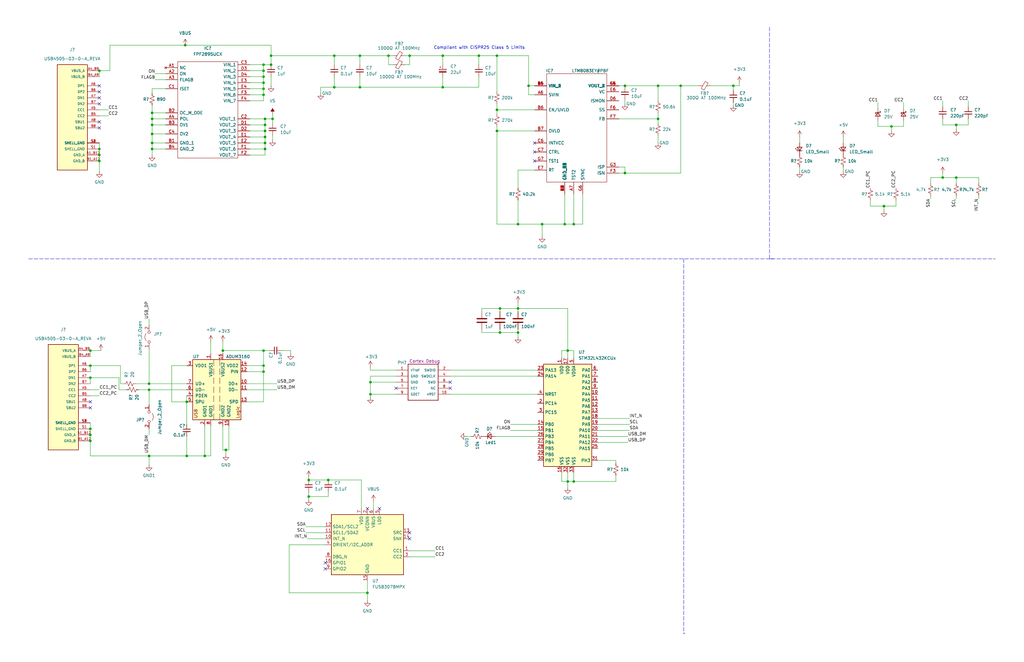
<source format=kicad_sch>
(kicad_sch (version 20211123) (generator eeschema)
  (paper "B")
  (junction (at 111.76 55.245))
  (junction (at 62.865 161.925))
  (junction (at 41.91 29.845))
  (junction (at 111.125 27.305))
  (junction (at 64.135 52.705))
  (junction (at 78.105 19.05))
  (junction (at 156.21 166.37))
  (junction (at 64.135 50.165))
  (junction (at 403.225 52.705))
  (junction (at 228.6 94.615))
  (junction (at 64.135 62.865))
  (junction (at 186.69 36.83))
  (junction (at 38.1 154.305))
  (junction (at 309.245 36.195))
  (junction (at 78.74 169.545))
  (junction (at 111.76 52.705))
  (junction (at 41.91 65.405))
  (junction (at 287.02 36.195))
  (junction (at 375.92 53.34))
  (junction (at 238.125 94.615))
  (junction (at 111.125 32.385))
  (junction (at 263.525 73.025))
  (junction (at 111.76 62.865))
  (junction (at 38.1 159.385))
  (junction (at 277.495 36.195))
  (junction (at 64.135 47.625))
  (junction (at 201.93 23.495))
  (junction (at 138.43 202.565))
  (junction (at 210.82 130.175))
  (junction (at 111.125 29.845))
  (junction (at 111.76 57.785))
  (junction (at 263.525 36.195))
  (junction (at 111.125 154.305))
  (junction (at 210.82 140.335))
  (junction (at 86.36 192.405))
  (junction (at 241.935 203.2))
  (junction (at 222.885 36.195))
  (junction (at 114.3 23.495))
  (junction (at 403.225 74.93))
  (junction (at 397.51 74.93))
  (junction (at 111.125 37.465))
  (junction (at 241.935 94.615))
  (junction (at 38.1 147.955))
  (junction (at 93.98 147.955))
  (junction (at 156.21 161.29))
  (junction (at 78.74 192.405))
  (junction (at 209.55 46.355))
  (junction (at 111.125 156.845))
  (junction (at 277.495 50.165))
  (junction (at 218.44 130.175))
  (junction (at 114.935 50.165))
  (junction (at 163.83 23.495))
  (junction (at 111.125 34.925))
  (junction (at 172.72 23.495))
  (junction (at 95.25 189.865))
  (junction (at 41.91 62.865))
  (junction (at 209.55 23.495))
  (junction (at 209.55 55.245))
  (junction (at 38.1 180.975))
  (junction (at 140.97 23.495))
  (junction (at 62.865 192.405))
  (junction (at 151.765 36.83))
  (junction (at 41.91 67.945))
  (junction (at 218.44 140.335))
  (junction (at 154.94 250.19))
  (junction (at 151.765 23.495))
  (junction (at 111.76 60.325))
  (junction (at 186.69 23.495))
  (junction (at 140.97 36.83))
  (junction (at 62.865 164.465))
  (junction (at 218.44 94.615))
  (junction (at 64.135 56.515))
  (junction (at 64.135 60.325))
  (junction (at 130.175 202.565))
  (junction (at 111.125 147.955))
  (junction (at 239.395 203.2))
  (junction (at 111.76 50.165))
  (junction (at 114.3 27.305))
  (junction (at 130.175 209.55))
  (junction (at 239.395 147.955))
  (junction (at 38.1 186.055))
  (junction (at 38.1 183.515))
  (junction (at 111.125 40.005))
  (junction (at 372.745 86.995))
  (no_connect (at 225.425 60.325))
  (no_connect (at 225.425 67.945))
  (no_connect (at 154.94 214.63))
  (no_connect (at 167.005 163.83))
  (no_connect (at 38.1 169.545))
  (no_connect (at 41.91 36.195))
  (no_connect (at 160.02 214.63))
  (no_connect (at 189.865 161.29))
  (no_connect (at 41.91 53.975))
  (no_connect (at 189.865 163.83))
  (no_connect (at 38.1 172.085))
  (no_connect (at 41.91 38.735))
  (no_connect (at 41.91 51.435))
  (no_connect (at 137.16 240.03))
  (no_connect (at 137.16 237.49))
  (no_connect (at 172.72 224.79))
  (no_connect (at 172.72 227.33))
  (no_connect (at 225.425 64.135))
  (no_connect (at 41.91 41.275))
  (no_connect (at 41.91 43.815))
  (wire (pts (xy 337.185 57.785) (xy 337.185 60.325)))
  (wire (pts (xy 105.41 55.245) (xy 111.76 55.245)))
  (wire (pts (xy 65.405 33.655) (xy 69.85 33.655)))
  (wire (pts (xy 228.6 94.615) (xy 238.125 94.615)))
  (wire (pts (xy 201.93 23.495) (xy 186.69 23.495)))
  (wire (pts (xy 265.43 176.53) (xy 252.095 176.53)))
  (wire (pts (xy 260.985 50.165) (xy 277.495 50.165)))
  (wire (pts (xy 167.005 166.37) (xy 156.21 166.37)))
  (wire (pts (xy 241.935 203.2) (xy 241.935 199.39)))
  (wire (pts (xy 263.525 73.025) (xy 260.985 73.025)))
  (wire (pts (xy 222.885 40.005) (xy 222.885 36.195)))
  (wire (pts (xy 41.91 29.845) (xy 41.91 32.385)))
  (wire (pts (xy 277.495 50.165) (xy 277.495 52.07)))
  (wire (pts (xy 403.225 52.705) (xy 397.51 52.705)))
  (wire (pts (xy 138.43 207.645) (xy 138.43 209.55)))
  (wire (pts (xy 111.125 37.465) (xy 111.125 40.005)))
  (wire (pts (xy 412.75 74.93) (xy 412.75 77.47)))
  (wire (pts (xy 154.94 245.11) (xy 154.94 250.19)))
  (wire (pts (xy 64.135 50.165) (xy 64.135 52.705)))
  (wire (pts (xy 129.54 227.33) (xy 137.16 227.33)))
  (wire (pts (xy 375.92 53.34) (xy 370.205 53.34)))
  (wire (pts (xy 189.865 158.75) (xy 226.695 158.75)))
  (wire (pts (xy 140.97 23.495) (xy 140.97 27.305)))
  (wire (pts (xy 64.135 62.865) (xy 64.135 65.405)))
  (wire (pts (xy 105.41 52.705) (xy 111.76 52.705)))
  (wire (pts (xy 156.21 158.75) (xy 167.005 158.75)))
  (wire (pts (xy 88.9 149.225) (xy 88.9 144.145)))
  (wire (pts (xy 189.865 156.21) (xy 226.695 156.21)))
  (wire (pts (xy 370.205 43.18) (xy 370.205 45.72)))
  (wire (pts (xy 130.175 207.645) (xy 130.175 209.55)))
  (wire (pts (xy 215.265 179.07) (xy 226.695 179.07)))
  (wire (pts (xy 114.3 23.495) (xy 114.3 27.305)))
  (wire (pts (xy 215.265 181.61) (xy 226.695 181.61)))
  (wire (pts (xy 151.765 36.83) (xy 186.69 36.83)))
  (wire (pts (xy 140.97 32.385) (xy 140.97 36.83)))
  (wire (pts (xy 154.94 250.19) (xy 154.94 253.365)))
  (wire (pts (xy 62.865 192.405) (xy 62.865 196.215)))
  (wire (pts (xy 260.985 36.195) (xy 263.525 36.195)))
  (wire (pts (xy 209.55 53.34) (xy 209.55 55.245)))
  (wire (pts (xy 218.44 140.335) (xy 218.44 142.24)))
  (wire (pts (xy 225.425 71.755) (xy 218.44 71.755)))
  (wire (pts (xy 41.91 67.945) (xy 41.91 72.39)))
  (wire (pts (xy 105.41 42.545) (xy 111.125 42.545)))
  (wire (pts (xy 209.55 23.495) (xy 209.55 38.735)))
  (wire (pts (xy 186.69 32.385) (xy 186.69 36.83)))
  (wire (pts (xy 163.83 27.305) (xy 163.83 23.495)))
  (wire (pts (xy 222.885 36.195) (xy 222.885 23.495)))
  (wire (pts (xy 116.84 161.925) (xy 104.14 161.925)))
  (wire (pts (xy 135.255 39.37) (xy 135.255 36.83)))
  (wire (pts (xy 403.225 74.93) (xy 412.75 74.93)))
  (wire (pts (xy 52.07 161.925) (xy 50.8 161.925)))
  (wire (pts (xy 156.21 156.21) (xy 167.005 156.21)))
  (wire (pts (xy 355.6 57.785) (xy 355.6 60.325)))
  (wire (pts (xy 105.41 50.165) (xy 111.76 50.165)))
  (wire (pts (xy 64.135 60.325) (xy 69.85 60.325)))
  (wire (pts (xy 88.9 192.405) (xy 88.9 179.705)))
  (wire (pts (xy 62.865 147.32) (xy 62.865 161.925)))
  (wire (pts (xy 277.495 36.195) (xy 287.02 36.195)))
  (wire (pts (xy 64.135 52.705) (xy 64.135 56.515)))
  (wire (pts (xy 78.74 167.005) (xy 78.74 169.545)))
  (wire (pts (xy 78.74 154.305) (xy 72.39 154.305)))
  (wire (pts (xy 38.1 147.955) (xy 38.1 150.495)))
  (wire (pts (xy 69.85 37.465) (xy 64.135 37.465)))
  (wire (pts (xy 210.82 131.445) (xy 210.82 130.175)))
  (wire (pts (xy 239.395 203.2) (xy 241.935 203.2)))
  (wire (pts (xy 311.785 36.195) (xy 311.785 34.925)))
  (wire (pts (xy 241.935 147.955) (xy 241.935 151.13)))
  (wire (pts (xy 41.91 60.325) (xy 41.91 62.865)))
  (wire (pts (xy 38.1 178.435) (xy 38.1 180.975)))
  (wire (pts (xy 135.255 36.83) (xy 140.97 36.83)))
  (wire (pts (xy 203.2 139.065) (xy 203.2 140.335)))
  (wire (pts (xy 86.36 192.405) (xy 88.9 192.405)))
  (wire (pts (xy 218.44 94.615) (xy 218.44 84.455)))
  (wire (pts (xy 93.98 147.955) (xy 93.98 149.225)))
  (wire (pts (xy 93.98 144.145) (xy 93.98 147.955)))
  (wire (pts (xy 337.185 70.485) (xy 337.185 72.39)))
  (wire (pts (xy 218.44 71.755) (xy 218.44 79.375)))
  (wire (pts (xy 105.41 32.385) (xy 111.125 32.385)))
  (wire (pts (xy 105.41 40.005) (xy 111.125 40.005)))
  (wire (pts (xy 64.135 44.45) (xy 64.135 47.625)))
  (wire (pts (xy 172.72 23.495) (xy 170.815 23.495)))
  (wire (pts (xy 381 43.18) (xy 381 45.72)))
  (wire (pts (xy 287.02 36.195) (xy 287.02 73.025)))
  (wire (pts (xy 408.305 42.545) (xy 408.305 45.085)))
  (wire (pts (xy 263.525 70.485) (xy 263.525 73.025)))
  (wire (pts (xy 238.125 81.915) (xy 238.125 94.615)))
  (wire (pts (xy 114.935 57.15) (xy 114.935 59.055)))
  (wire (pts (xy 72.39 169.545) (xy 78.74 169.545)))
  (wire (pts (xy 377.825 86.995) (xy 372.745 86.995)))
  (wire (pts (xy 64.135 62.865) (xy 69.85 62.865)))
  (wire (pts (xy 111.76 50.165) (xy 111.76 52.705)))
  (wire (pts (xy 309.245 36.195) (xy 311.785 36.195)))
  (wire (pts (xy 114.935 50.165) (xy 111.76 50.165)))
  (wire (pts (xy 186.69 23.495) (xy 186.69 27.305)))
  (wire (pts (xy 95.25 189.865) (xy 96.52 189.865)))
  (wire (pts (xy 203.2 140.335) (xy 210.82 140.335)))
  (wire (pts (xy 403.225 83.82) (xy 403.225 82.55)))
  (wire (pts (xy 41.91 62.865) (xy 41.91 65.405)))
  (wire (pts (xy 64.135 47.625) (xy 69.85 47.625)))
  (wire (pts (xy 111.125 34.925) (xy 111.125 37.465)))
  (wire (pts (xy 218.44 130.175) (xy 218.44 131.445)))
  (wire (pts (xy 397.51 42.545) (xy 397.51 45.085)))
  (wire (pts (xy 105.41 37.465) (xy 111.125 37.465)))
  (wire (pts (xy 111.76 57.785) (xy 111.76 60.325)))
  (wire (pts (xy 392.43 83.82) (xy 392.43 82.55)))
  (wire (pts (xy 222.885 23.495) (xy 209.55 23.495)))
  (wire (pts (xy 186.69 36.83) (xy 201.93 36.83)))
  (wire (pts (xy 104.14 156.845) (xy 111.125 156.845)))
  (wire (pts (xy 375.92 53.34) (xy 375.92 55.245)))
  (wire (pts (xy 264.795 184.15) (xy 252.095 184.15)))
  (wire (pts (xy 121.92 250.19) (xy 121.92 229.87)))
  (wire (pts (xy 72.39 154.305) (xy 72.39 169.545)))
  (wire (pts (xy 95.25 191.77) (xy 95.25 189.865)))
  (wire (pts (xy 210.82 130.175) (xy 218.44 130.175)))
  (wire (pts (xy 50.165 164.465) (xy 53.34 164.465)))
  (wire (pts (xy 198.755 184.15) (xy 196.85 184.15)))
  (wire (pts (xy 38.1 186.055) (xy 38.1 192.405)))
  (wire (pts (xy 138.43 202.565) (xy 130.175 202.565)))
  (wire (pts (xy 259.715 194.31) (xy 259.715 195.58)))
  (wire (pts (xy 64.135 56.515) (xy 64.135 60.325)))
  (polyline (pts (xy 324.485 109.22) (xy 326.39 109.22)))
  (wire (pts (xy 111.76 65.405) (xy 105.41 65.405)))
  (wire (pts (xy 412.75 83.82) (xy 412.75 82.55)))
  (wire (pts (xy 138.43 202.565) (xy 152.4 202.565)))
  (wire (pts (xy 114.3 19.05) (xy 114.3 23.495)))
  (wire (pts (xy 62.865 180.975) (xy 62.865 183.515)))
  (wire (pts (xy 287.02 36.195) (xy 294.64 36.195)))
  (wire (pts (xy 65.405 31.115) (xy 69.85 31.115)))
  (wire (pts (xy 403.225 52.705) (xy 403.225 54.61)))
  (wire (pts (xy 154.94 250.19) (xy 121.92 250.19)))
  (wire (pts (xy 152.4 202.565) (xy 152.4 214.63)))
  (wire (pts (xy 38.1 154.305) (xy 38.1 156.845)))
  (wire (pts (xy 210.82 139.065) (xy 210.82 140.335)))
  (wire (pts (xy 156.21 154.94) (xy 156.21 156.21)))
  (wire (pts (xy 78.105 19.05) (xy 114.3 19.05)))
  (wire (pts (xy 370.205 53.34) (xy 370.205 50.8)))
  (wire (pts (xy 50.8 154.305) (xy 38.1 154.305)))
  (wire (pts (xy 111.76 62.865) (xy 111.76 65.405)))
  (wire (pts (xy 128.905 222.25) (xy 137.16 222.25)))
  (wire (pts (xy 265.43 179.07) (xy 252.095 179.07)))
  (wire (pts (xy 151.765 23.495) (xy 163.83 23.495)))
  (wire (pts (xy 397.51 74.93) (xy 403.225 74.93)))
  (polyline (pts (xy 324.485 11.43) (xy 324.485 109.22)))
  (wire (pts (xy 41.91 48.895) (xy 45.72 48.895)))
  (wire (pts (xy 130.175 201.295) (xy 130.175 202.565)))
  (wire (pts (xy 38.1 159.385) (xy 50.165 159.385)))
  (wire (pts (xy 111.125 32.385) (xy 111.125 29.845)))
  (wire (pts (xy 239.395 203.2) (xy 239.395 205.74)))
  (wire (pts (xy 241.935 81.915) (xy 241.935 94.615)))
  (wire (pts (xy 121.92 229.87) (xy 137.16 229.87)))
  (wire (pts (xy 111.125 156.845) (xy 111.125 154.305)))
  (wire (pts (xy 111.125 27.305) (xy 114.3 27.305)))
  (wire (pts (xy 222.885 36.195) (xy 225.425 36.195)))
  (wire (pts (xy 392.43 74.93) (xy 397.51 74.93)))
  (wire (pts (xy 78.74 169.545) (xy 78.74 179.07)))
  (wire (pts (xy 165.735 27.305) (xy 163.83 27.305)))
  (wire (pts (xy 138.43 209.55) (xy 130.175 209.55)))
  (wire (pts (xy 105.41 57.785) (xy 111.76 57.785)))
  (wire (pts (xy 140.97 36.83) (xy 151.765 36.83)))
  (wire (pts (xy 111.125 29.845) (xy 111.125 27.305)))
  (wire (pts (xy 38.1 192.405) (xy 62.865 192.405)))
  (wire (pts (xy 236.855 151.13) (xy 236.855 147.955)))
  (wire (pts (xy 140.97 23.495) (xy 151.765 23.495)))
  (wire (pts (xy 46.355 19.05) (xy 78.105 19.05)))
  (wire (pts (xy 62.865 164.465) (xy 78.74 164.465)))
  (wire (pts (xy 183.515 232.41) (xy 172.72 232.41)))
  (wire (pts (xy 38.1 180.975) (xy 38.1 183.515)))
  (wire (pts (xy 309.245 36.195) (xy 309.245 38.1)))
  (wire (pts (xy 46.355 29.845) (xy 41.91 29.845)))
  (wire (pts (xy 86.36 179.705) (xy 86.36 192.405)))
  (wire (pts (xy 252.095 194.31) (xy 259.715 194.31)))
  (wire (pts (xy 408.305 52.705) (xy 403.225 52.705)))
  (wire (pts (xy 111.125 32.385) (xy 111.125 34.925)))
  (wire (pts (xy 367.03 86.995) (xy 367.03 84.455)))
  (wire (pts (xy 105.41 62.865) (xy 111.76 62.865)))
  (wire (pts (xy 203.2 131.445) (xy 203.2 130.175)))
  (wire (pts (xy 167.005 161.29) (xy 156.21 161.29)))
  (wire (pts (xy 96.52 189.865) (xy 96.52 179.705)))
  (wire (pts (xy 203.2 130.175) (xy 210.82 130.175)))
  (wire (pts (xy 38.1 164.465) (xy 41.91 164.465)))
  (wire (pts (xy 209.55 94.615) (xy 218.44 94.615)))
  (wire (pts (xy 209.55 46.355) (xy 225.425 46.355)))
  (wire (pts (xy 64.135 56.515) (xy 69.85 56.515)))
  (wire (pts (xy 111.76 55.245) (xy 111.76 57.785)))
  (wire (pts (xy 372.745 86.995) (xy 367.03 86.995)))
  (wire (pts (xy 392.43 77.47) (xy 392.43 74.93)))
  (wire (pts (xy 260.985 70.485) (xy 263.525 70.485)))
  (wire (pts (xy 245.745 81.915) (xy 245.745 94.615)))
  (wire (pts (xy 381 53.34) (xy 375.92 53.34)))
  (wire (pts (xy 209.55 55.245) (xy 209.55 94.615)))
  (polyline (pts (xy 288.29 109.22) (xy 288.29 267.335)))
  (wire (pts (xy 78.74 192.405) (xy 86.36 192.405)))
  (wire (pts (xy 38.1 159.385) (xy 38.1 161.925)))
  (wire (pts (xy 62.865 192.405) (xy 78.74 192.405)))
  (wire (pts (xy 122.555 147.955) (xy 122.555 149.225)))
  (wire (pts (xy 397.51 52.705) (xy 397.51 50.165)))
  (wire (pts (xy 38.1 167.005) (xy 41.91 167.005)))
  (wire (pts (xy 111.125 154.305) (xy 111.125 147.955)))
  (wire (pts (xy 156.21 166.37) (xy 156.21 161.29)))
  (wire (pts (xy 50.8 161.925) (xy 50.8 154.305)))
  (wire (pts (xy 259.715 200.66) (xy 259.715 203.2)))
  (wire (pts (xy 114.3 32.385) (xy 114.3 36.195)))
  (wire (pts (xy 93.98 189.865) (xy 95.25 189.865)))
  (wire (pts (xy 210.82 140.335) (xy 218.44 140.335)))
  (wire (pts (xy 236.855 147.955) (xy 239.395 147.955)))
  (wire (pts (xy 241.935 94.615) (xy 245.745 94.615)))
  (wire (pts (xy 218.44 127.635) (xy 218.44 130.175)))
  (wire (pts (xy 236.855 203.2) (xy 239.395 203.2)))
  (wire (pts (xy 259.715 203.2) (xy 241.935 203.2)))
  (wire (pts (xy 228.6 99.695) (xy 228.6 94.615)))
  (wire (pts (xy 114.935 52.07) (xy 114.935 50.165)))
  (wire (pts (xy 104.14 169.545) (xy 111.125 169.545)))
  (wire (pts (xy 156.21 161.29) (xy 156.21 158.75)))
  (wire (pts (xy 64.135 50.165) (xy 69.85 50.165)))
  (wire (pts (xy 111.76 60.325) (xy 111.76 62.865)))
  (wire (pts (xy 236.855 199.39) (xy 236.855 203.2)))
  (wire (pts (xy 309.245 43.18) (xy 309.245 44.45)))
  (wire (pts (xy 58.42 164.465) (xy 62.865 164.465)))
  (wire (pts (xy 170.815 27.305) (xy 172.72 27.305)))
  (wire (pts (xy 38.1 147.955) (xy 42.545 147.955)))
  (wire (pts (xy 38.1 183.515) (xy 38.1 186.055)))
  (wire (pts (xy 111.125 147.955) (xy 113.665 147.955)))
  (wire (pts (xy 377.825 84.455) (xy 377.825 86.995)))
  (wire (pts (xy 41.91 46.355) (xy 45.72 46.355)))
  (wire (pts (xy 201.93 36.83) (xy 201.93 32.385)))
  (wire (pts (xy 186.69 23.495) (xy 172.72 23.495)))
  (wire (pts (xy 64.135 37.465) (xy 64.135 39.37)))
  (wire (pts (xy 105.41 29.845) (xy 111.125 29.845)))
  (wire (pts (xy 209.55 46.355) (xy 209.55 48.26)))
  (wire (pts (xy 355.6 70.485) (xy 355.6 72.39)))
  (wire (pts (xy 263.525 36.195) (xy 277.495 36.195)))
  (wire (pts (xy 78.74 184.15) (xy 78.74 192.405)))
  (wire (pts (xy 151.765 32.385) (xy 151.765 36.83)))
  (wire (pts (xy 62.865 161.925) (xy 78.74 161.925)))
  (wire (pts (xy 156.21 167.64) (xy 156.21 166.37)))
  (wire (pts (xy 93.98 179.705) (xy 93.98 189.865)))
  (wire (pts (xy 105.41 60.325) (xy 111.76 60.325)))
  (wire (pts (xy 111.125 147.955) (xy 93.98 147.955)))
  (wire (pts (xy 64.135 52.705) (xy 69.85 52.705)))
  (wire (pts (xy 46.355 29.845) (xy 46.355 19.05)))
  (wire (pts (xy 41.91 65.405) (xy 41.91 67.945)))
  (wire (pts (xy 64.135 47.625) (xy 64.135 50.165)))
  (wire (pts (xy 218.44 94.615) (xy 228.6 94.615)))
  (wire (pts (xy 111.125 40.005) (xy 111.125 42.545)))
  (wire (pts (xy 111.125 27.305) (xy 105.41 27.305)))
  (wire (pts (xy 209.55 43.815) (xy 209.55 46.355)))
  (wire (pts (xy 263.525 36.195) (xy 263.525 36.83)))
  (wire (pts (xy 263.525 41.91) (xy 263.525 43.815)))
  (wire (pts (xy 130.175 209.55) (xy 130.175 210.82)))
  (polyline (pts (xy 288.29 267.335) (xy 288.925 267.335)))
  (wire (pts (xy 403.225 74.93) (xy 403.225 77.47)))
  (wire (pts (xy 265.43 181.61) (xy 252.095 181.61)))
  (wire (pts (xy 118.745 147.955) (xy 122.555 147.955)))
  (wire (pts (xy 209.55 55.245) (xy 225.425 55.245)))
  (wire (pts (xy 151.765 23.495) (xy 151.765 27.305)))
  (wire (pts (xy 372.745 86.995) (xy 372.745 88.9)))
  (wire (pts (xy 116.84 164.465) (xy 104.14 164.465)))
  (wire (pts (xy 163.83 23.495) (xy 165.735 23.495)))
  (wire (pts (xy 189.865 166.37) (xy 226.695 166.37)))
  (wire (pts (xy 50.165 159.385) (xy 50.165 164.465)))
  (wire (pts (xy 201.93 23.495) (xy 201.93 27.305)))
  (wire (pts (xy 218.44 130.175) (xy 239.395 130.175)))
  (wire (pts (xy 114.935 48.26) (xy 114.935 50.165)))
  (wire (pts (xy 64.135 60.325) (xy 64.135 62.865)))
  (wire (pts (xy 114.3 23.495) (xy 140.97 23.495)))
  (wire (pts (xy 397.51 74.93) (xy 397.51 73.025)))
  (wire (pts (xy 287.02 73.025) (xy 263.525 73.025)))
  (wire (pts (xy 381 50.8) (xy 381 53.34)))
  (wire (pts (xy 238.125 94.615) (xy 241.935 94.615)))
  (wire (pts (xy 172.72 27.305) (xy 172.72 23.495)))
  (wire (pts (xy 157.48 211.455) (xy 157.48 214.63)))
  (wire (pts (xy 239.395 130.175) (xy 239.395 147.955)))
  (wire (pts (xy 104.14 154.305) (xy 111.125 154.305)))
  (wire (pts (xy 62.865 134.62) (xy 62.865 137.16)))
  (wire (pts (xy 264.795 186.69) (xy 252.095 186.69)))
  (wire (pts (xy 105.41 34.925) (xy 111.125 34.925)))
  (wire (pts (xy 209.55 23.495) (xy 201.93 23.495)))
  (wire (pts (xy 299.72 36.195) (xy 309.245 36.195)))
  (wire (pts (xy 239.395 199.39) (xy 239.395 203.2)))
  (wire (pts (xy 111.76 52.705) (xy 111.76 55.245)))
  (wire (pts (xy 277.495 57.15) (xy 277.495 60.325)))
  (wire (pts (xy 277.495 47.625) (xy 277.495 50.165)))
  (wire (pts (xy 57.15 161.925) (xy 62.865 161.925)))
  (wire (pts (xy 62.865 170.815) (xy 62.865 164.465)))
  (wire (pts (xy 172.72 234.95) (xy 183.515 234.95)))
  (wire (pts (xy 277.495 36.195) (xy 277.495 42.545)))
  (polyline (pts (xy 12.065 109.22) (xy 419.735 109.22)))
  (wire (pts (xy 218.44 140.335) (xy 218.44 139.065)))
  (wire (pts (xy 225.425 40.005) (xy 222.885 40.005)))
  (wire (pts (xy 111.125 169.545) (xy 111.125 156.845)))
  (wire (pts (xy 128.905 224.79) (xy 137.16 224.79)))
  (wire (pts (xy 239.395 147.955) (xy 241.935 147.955)))
  (wire (pts (xy 239.395 147.955) (xy 239.395 151.13)))
  (wire (pts (xy 208.915 184.15) (xy 226.695 184.15)))
  (wire (pts (xy 408.305 50.165) (xy 408.305 52.705)))
  (text "Compliant with CISPR25 Class 5 Limits" (at 182.88 20.955 0) (effects (font (size 1.27 1.27)) (justify left bottom)))
  (label "CC1" (at 45.72 46.355 0))
  (label "ON" (at 65.405 31.115 180))
  (label "SDA" (at 392.43 83.82 270))
  (label "USB_DP" (at 264.795 186.69 0))
  (label "INT_N" (at 412.75 83.82 270))
  (label "CC1" (at 397.51 42.545 180))
  (label "INT_N" (at 265.43 176.53 0))
  (label "CC2_PC" (at 41.91 167.005 0))
  (label "USB_DP" (at 62.865 134.62 90))
  (label "FLAGB" (at 65.405 33.655 180))
  (label "ON" (at 215.265 179.07 180))
  (label "CC2" (at 381 43.18 180))
  (label "CC2" (at 408.305 42.545 180))
  (label "USB_DP" (at 116.84 161.925 0))
  (label "CC1" (at 370.205 43.18 180))
  (label "INT_N" (at 129.54 227.33 180))
  (label "CC2" (at 183.515 234.95 0))
  (label "CC1_PC" (at 41.91 164.465 0))
  (label "SCL" (at 128.905 224.79 180))
  (label "USB_DM" (at 264.795 184.15 0))
  (label "SCL" (at 403.225 83.82 270))
  (label "CC2" (at 45.72 48.895 0))
  (label "SDA" (at 265.43 181.61 0))
  (label "USB_DM" (at 62.865 183.515 270))
  (label "FLAGB" (at 215.265 181.61 180))
  (label "CC1_PC" (at 367.03 79.375 90))
  (label "USB_DM" (at 116.84 164.465 0))
  (label "CC1" (at 183.515 232.41 0))
  (label "CC2_PC" (at 377.825 79.375 90))
  (label "SDA" (at 128.905 222.25 180))
  (label "SCL" (at 265.43 179.07 0))
  (symbol (lib_id "Device:C") (at 203.2 135.255 0) (unit 1)
    (property "Reference" "C?" (at 204.47 132.715 0) (effects (justify left)))
    (property "Value" "1uF" (at 204.47 137.795 0) (effects (justify left)))
    (property "Footprint" "Capacitor_SMD:C_0603_1608Metric" (effects hide))
  )
  (symbol (lib_id "Jumper:Jumper_2_Open") (at 62.865 142.24 90) (unit 1)
    (property "Reference" "JP?" (at 64.77 140.9699 90) (effects (justify right)))
    (property "Value" "Jumper_2_Open" (at 59.055 135.255 0) (effects (justify right)))
  )
  (symbol (lib_id "Device:R_Small_US") (at 403.225 80.01 180) (unit 1)
    (property "Reference" "R?" (at 407.035 80.01 0) (effects (justify left)))
    (property "Value" "4.7k" (at 401.32 80.01 0) (effects (justify left)))
  )
  (symbol (lib_id "power:+3.3V") (at 93.98 144.145 0) (unit 1)
    (property "Reference" "#PWR?" (effects hide))
    (property "Value" "+3.3V" (at 94.361 139.7508 0))
  )
  (symbol (lib_id "Device:C_Small") (at 138.43 205.105 0) (unit 1)
    (property "Reference" "C?" (at 140.97 203.8412 0) (effects (justify left)))
    (property "Value" "0.1uF" (at 140.97 206.3812 0) (effects (justify left)))
  )
  (symbol (lib_id "Device:R_Small_US") (at 209.55 41.275 0) (unit 1)
    (property "Reference" "R?" (at 205.74 41.275 0) (effects (justify left)))
    (property "Value" "200k" (at 211.455 41.275 0) (effects (justify left)))
  )
  (symbol (lib_id "power:GND") (at 122.555 149.225 0) (unit 1)
    (property "Reference" "#PWR?" (effects hide))
    (property "Value" "GND" (at 122.555 153.67 0))
  )
  (symbol (lib_id "Device:R_Small_US") (at 64.135 41.91 0) (unit 1)
    (property "Reference" "R?" (at 60.325 41.91 0) (effects (justify left)))
    (property "Value" "890" (at 66.04 41.91 0) (effects (justify left)))
  )
  (symbol (lib_id "power:GND") (at 228.6 99.695 0) (unit 1)
    (property "Reference" "#PWR?" (effects hide))
    (property "Value" "GND" (at 228.6 104.14 0))
  )
  (symbol (lib_id "Device:C_Small") (at 408.305 47.625 0) (unit 1)
    (property "Reference" "C?" (at 410.845 46.3612 0) (effects (justify left)))
    (property "Value" "220pF" (at 410.845 48.9012 0) (effects (justify left)))
  )
  (symbol (lib_id "Device:C_Small") (at 114.935 54.61 0) (unit 1)
    (property "Reference" "C?" (at 118.11 53.3462 0) (effects (justify left)))
    (property "Value" "10uF" (at 118.11 55.8862 0) (effects (justify left)))
  )
  (symbol (lib_id "power:GND") (at 337.185 72.39 0) (unit 1)
    (property "Reference" "#PWR?" (effects hide))
    (property "Value" "GND" (at 339.725 72.39 0))
  )
  (symbol (lib_id "power:GND") (at 277.495 60.325 0) (unit 1)
    (property "Reference" "#PWR?" (effects hide))
    (property "Value" "GND" (at 280.035 60.325 0))
  )
  (symbol (lib_id "Device:C_Polarized_Small") (at 186.69 29.845 0) (unit 1)
    (property "Reference" "C?" (at 189.865 28.0288 0) (effects (justify left)))
    (property "Value" "22uF" (at 189.865 30.5688 0) (effects (justify left)))
  )
  (symbol (lib_id "Device:R_Small_US") (at 259.715 198.12 0) (unit 1)
    (property "Reference" "R?" (at 255.905 198.12 0) (effects (justify left)))
    (property "Value" "10k" (at 261.62 198.12 0) (effects (justify left)))
  )
  (symbol (lib_id "Device:FerriteBead_Small") (at 168.275 27.305 90) (unit 1)
    (property "Reference" "FB?" (at 168.275 30.48 90))
    (property "Value" "1000Ω AT 100MHz" (at 168.91 32.385 90))
  )
  (symbol (lib_id "FPF2895UCX:FPF2895UCX") (at 69.85 28.575 0) (unit 1)
    (property "Reference" "IC?" (at 87.63 20.32 0))
    (property "Value" "FPF2895UCX" (at 87.63 22.86 0))
    (property "Footprint" "BGA24C40P4X6_167X260X61" (effects hide))
    (property "Datasheet" "http://static6.arrow.com/aropdfconversion/42e2c531d828d813d52774c7ac75f1e68f1f2dfe/3669586278616490fpf2895.pdf" (effects hide))
    (property "Description" "Load Switch IC 5A 28V WLCSP-12" (effects hide))
    (property "Height" "0.612" (effects hide))
    (property "Manufacturer_Name" "ON Semiconductor" (effects hide))
    (property "Manufacturer_Part_Number" "FPF2895UCX" (effects hide))
    (property "Mouser Part Number" "512-FPF2895UCX" (effects hide))
    (property "Mouser Price/Stock" "https://www.mouser.co.uk/ProductDetail/ON-Semiconductor-Fairchild/FPF2895UCX?qs=V471yVjZJ9sYJMQf3WA1gg%3D%3D" (effects hide))
    (property "Arrow Part Number" "FPF2895UCX" (effects hide))
    (property "Arrow Price/Stock" "https://www.arrow.com/en/products/fpf2895ucx/on-semiconductor" (effects hide))
  )
  (symbol (lib_id "power:+3.3V") (at 156.21 154.94 0) (unit 1)
    (property "Reference" "#PWR?" (effects hide))
    (property "Value" "+3.3V" (at 156.591 150.5458 0))
  )
  (symbol (lib_id "Interface_USB:FUSB307BMPX") (at 154.94 229.87 0) (unit 1)
    (property "Reference" "U?" (at 156.9594 245.11 0) (effects (justify left)))
    (property "Value" "FUSB307BMPX" (at 156.9594 247.65 0) (effects (justify left)))
    (property "Footprint" "Package_DFN_QFN:WQFN-16-1EP_3x3mm_P0.5mm_EP1.75x1.75mm" (effects hide))
    (property "Datasheet" "http://www.onsemi.com/pub/Collateral/FUSB307B-D.PDF" (effects hide))
  )
  (symbol (lib_id "power:GND") (at 218.44 142.24 0) (unit 1)
    (property "Reference" "#PWR?" (effects hide))
    (property "Value" "GND" (effects hide))
  )
  (symbol (lib_id "Device:R_Small_US") (at 412.75 80.01 180) (unit 1)
    (property "Reference" "R?" (at 416.56 80.01 0) (effects (justify left)))
    (property "Value" "4.7k" (at 410.845 80.01 0) (effects (justify left)))
  )
  (symbol (lib_id "Device:R_Small_US") (at 277.495 54.61 0) (unit 1)
    (property "Reference" "R?" (at 273.685 54.61 0) (effects (justify left)))
    (property "Value" "22k" (at 279.4 54.61 0) (effects (justify left)))
  )
  (symbol (lib_id "Device:R_Small_US") (at 54.61 161.925 90) (unit 1)
    (property "Reference" "R?" (at 53.34 159.385 0) (effects (justify left)))
    (property "Value" "20" (at 55.88 159.385 0) (effects (justify left)))
  )
  (symbol (lib_id "power:GND") (at 196.85 184.15 270) (unit 1)
    (property "Reference" "#PWR?" (effects hide))
    (property "Value" "GND" (at 196.85 186.69 0))
  )
  (symbol (lib_id "MCU_ST_STM32L4:STM32L432KCUx") (at 239.395 173.99 0) (unit 1)
    (property "Reference" "U?" (at 243.9544 148.59 0) (effects (justify left)))
    (property "Value" "STM32L432KCUx" (at 243.9544 151.13 0) (effects (justify left)))
    (property "Footprint" "Package_DFN_QFN:QFN-32-1EP_5x5mm_P0.5mm_EP3.45x3.45mm" (effects hide))
    (property "Datasheet" "http://www.st.com/st-web-ui/static/active/en/resource/technical/document/datasheet/DM00257205.pdf" (effects hide))
  )
  (symbol (lib_id "Device:D_Schottky_Small") (at 370.205 48.26 270) (unit 1)
    (property "Reference" "D?" (at 372.745 46.7359 90) (effects (justify left)))
    (property "Value" "25V" (at 372.745 49.2759 90) (effects (justify left)))
  )
  (symbol (lib_id "power:GND") (at 114.3 36.195 0) (unit 1)
    (property "Reference" "#PWR?" (effects hide))
    (property "Value" "GND" (effects hide))
  )
  (symbol (lib_id "Device:C_Small") (at 114.3 29.845 0) (unit 1)
    (property "Reference" "C?" (at 116.84 28.5812 0) (effects (justify left)))
    (property "Value" "1uF" (at 116.84 31.1212 0) (effects (justify left)))
  )
  (symbol (lib_id "power:GND") (at 64.135 65.405 0) (unit 1)
    (property "Reference" "#PWR?" (effects hide))
    (property "Value" "GND" (at 64.135 69.85 0))
  )
  (symbol (lib_id "Device:C_Small") (at 309.245 40.64 0) (unit 1)
    (property "Reference" "C?" (at 311.785 39.3762 0) (effects (justify left)))
    (property "Value" "0.1uF" (at 311.785 41.9162 0) (effects (justify left)))
  )
  (symbol (lib_id "power:GND") (at 156.21 167.64 0) (unit 1)
    (property "Reference" "#PWR?" (effects hide))
    (property "Value" "GND" (effects hide))
  )
  (symbol (lib_id "Device:C") (at 210.82 135.255 0) (unit 1)
    (property "Reference" "C?" (at 213.36 132.715 0) (effects (justify left)))
    (property "Value" "100nF" (at 212.09 137.795 0) (effects (justify left)))
    (property "Footprint" "Capacitor_SMD:C_0603_1608Metric" (effects hide))
  )
  (symbol (lib_id "Device:C_Small") (at 397.51 47.625 0) (unit 1)
    (property "Reference" "C?" (at 400.685 46.3612 0) (effects (justify left)))
    (property "Value" "220pF" (at 400.685 48.9012 0) (effects (justify left)))
  )
  (symbol (lib_id "power:+3.3V") (at 311.785 34.925 0) (unit 1)
    (property "Reference" "#PWR?" (effects hide))
    (property "Value" "+3.3V" (at 311.785 29.21 0))
  )
  (symbol (lib_id "Device:C_Small") (at 140.97 29.845 0) (unit 1)
    (property "Reference" "C?" (at 143.51 28.5812 0) (effects (justify left)))
    (property "Value" "0.1uF" (at 143.51 31.1212 0) (effects (justify left)))
  )
  (symbol (lib_id "Device:R_Small_US") (at 277.495 45.085 0) (unit 1)
    (property "Reference" "R?" (at 273.685 45.085 0) (effects (justify left)))
    (property "Value" "50.6k" (at 279.4 45.085 0) (effects (justify left)))
  )
  (symbol (lib_id "power:GND") (at 403.225 54.61 0) (unit 1)
    (property "Reference" "#PWR?" (effects hide))
    (property "Value" "GND" (effects hide))
  )
  (symbol (lib_id "power:GND") (at 130.175 210.82 0) (unit 1)
    (property "Reference" "#PWR?" (effects hide))
    (property "Value" "GND" (at 130.175 215.265 0))
  )
  (symbol (lib_id "USB4505-03-0-A_REVA:USB4505-03-0-A_REVA") (at 20.32 163.195 0) (unit 1)
    (property "Reference" "J?" (at 26.67 139.065 0))
    (property "Value" "USB4505-03-0-A_REVA" (at 26.67 142.875 0))
    (property "Footprint" "GCT_USB4505-03-0-A_REVA" (effects hide))
    (property "PARTREV" "A" (effects hide))
    (property "MAXIMUM_PACKAGE_HEIGHT" "2.46mm" (effects hide))
    (property "STANDARD" "Manufacturer Recommendations" (effects hide))
    (property "MANUFACTURER" "GCT" (effects hide))
  )
  (symbol (lib_id "Device:R_Small_US") (at 355.6 67.945 0) (unit 1)
    (property "Reference" "R?" (at 351.79 67.945 0) (effects (justify left)))
    (property "Value" "10k" (at 357.505 67.945 0) (effects (justify left)))
  )
  (symbol (lib_id "power:GND") (at 135.255 39.37 0) (unit 1)
    (property "Reference" "#PWR?" (effects hide))
    (property "Value" "GND" (at 137.795 39.37 0))
  )
  (symbol (lib_id "Device:R_Small_US") (at 367.03 81.915 0) (unit 1)
    (property "Reference" "R?" (at 363.22 81.915 0) (effects (justify left)))
    (property "Value" "5.1k" (at 368.935 81.915 0) (effects (justify left)))
  )
  (symbol (lib_id "Device:R_Small_US") (at 209.55 50.8 0) (unit 1)
    (property "Reference" "R?" (at 205.74 50.8 0) (effects (justify left)))
    (property "Value" "270k" (at 211.455 50.8 0) (effects (justify left)))
  )
  (symbol (lib_id "Device:R_Small_US") (at 392.43 80.01 180) (unit 1)
    (property "Reference" "R?" (at 396.24 80.01 0) (effects (justify left)))
    (property "Value" "4.7k" (at 390.525 80.01 0) (effects (justify left)))
  )
  (symbol (lib_id "power:GND") (at 355.6 72.39 0) (unit 1)
    (property "Reference" "#PWR?" (effects hide))
    (property "Value" "GND" (at 358.14 72.39 0))
  )
  (symbol (lib_id "Device:LED_Small") (at 355.6 62.865 90) (unit 1)
    (property "Reference" "D?" (at 358.14 61.5314 90) (effects (justify right)))
    (property "Value" "LED_Small" (at 358.14 64.0714 90) (effects (justify right)))
  )
  (symbol (lib_id "Device:C_Small") (at 201.93 29.845 0) (unit 1)
    (property "Reference" "C?" (at 204.4941 28.5812 0) (effects (justify left)))
    (property "Value" "10uF" (at 204.4941 31.1212 0) (effects (justify left)))
  )
  (symbol (lib_id "power:+3.3V") (at 397.51 73.025 0) (unit 1)
    (property "Reference" "#PWR?" (effects hide))
    (property "Value" "+3.3V" (at 397.51 67.31 0))
  )
  (symbol (lib_id "power:GND") (at 372.745 88.9 0) (unit 1)
    (property "Reference" "#PWR?" (effects hide))
    (property "Value" "GND" (effects hide))
  )
  (symbol (lib_id "Jumper:Jumper_2_Open") (at 62.865 175.895 270) (unit 1)
    (property "Reference" "JP?" (at 60.96 177.1651 90) (effects (justify right)))
    (property "Value" "Jumper_2_Open" (at 67.31 183.515 0) (effects (justify right)))
  )
  (symbol (lib_id "power:GND") (at 309.245 44.45 0) (unit 1)
    (property "Reference" "#PWR?" (effects hide))
    (property "Value" "GND" (at 311.785 44.45 0))
  )
  (symbol (lib_id "Device:R_Small_US") (at 218.44 81.915 0) (unit 1)
    (property "Reference" "R?" (at 214.63 81.915 0) (effects (justify left)))
    (property "Value" "40.2k" (at 220.345 81.915 0) (effects (justify left)))
  )
  (symbol (lib_id "power:GND") (at 239.395 205.74 0) (unit 1)
    (property "Reference" "#PWR?" (effects hide))
    (property "Value" "GND" (at 239.395 210.185 0))
  )
  (symbol (lib_id "power:GND") (at 154.94 253.365 0) (unit 1)
    (property "Reference" "#PWR?" (effects hide))
    (property "Value" "GND" (at 154.94 257.81 0))
  )
  (symbol (lib_id "Device:FerriteBead_Small") (at 297.18 36.195 90) (unit 1)
    (property "Reference" "FB?" (at 297.18 39.37 90))
    (property "Value" "300Ω AT 100MHz" (at 297.815 41.275 90))
  )
  (symbol (lib_id "Device:C") (at 218.44 135.255 0) (unit 1)
    (property "Reference" "C?" (at 219.71 132.715 0) (effects (justify left)))
    (property "Value" "100nF" (at 219.71 137.795 0) (effects (justify left)))
    (property "Footprint" "Capacitor_SMD:C_0603_1608Metric" (effects hide))
  )
  (symbol (lib_id "power:+5V") (at 355.6 57.785 0) (unit 1)
    (property "Reference" "#PWR?" (effects hide))
    (property "Value" "+5V" (at 355.6 52.705 0))
  )
  (symbol (lib_id "Device:C_Small") (at 78.74 181.61 0) (unit 1)
    (property "Reference" "C?" (at 75.565 179.705 0) (effects (justify left)))
    (property "Value" "0.1uF" (at 73.025 183.515 0) (effects (justify left)))
  )
  (symbol (lib_id "LTM8083EY#PBF:LTM8083EY#PBF") (at 225.425 13.335 0) (unit 1)
    (property "Reference" "IC?" (at 231.775 29.845 0))
    (property "Value" "LTM8083EY#PBF" (at 248.92 29.845 0))
    (property "Footprint" "BGA49C80P7X7_625X625X242" (effects hide))
    (property "Datasheet" "https://www.analog.com/media/en/technical-documentation/data-sheets/ltm8083.pdf" (effects hide))
    (property "Description" "Switching Voltage Regulators 36Vin, 1.25A Buck-Boost uModule Reg" (effects hide))
    (property "Height" "2.42" (effects hide))
    (property "Manufacturer_Name" "Analog Devices" (effects hide))
    (property "Manufacturer_Part_Number" "LTM8083EY#PBF" (effects hide))
    (property "Mouser Part Number" "584-LTM8083EY#PBF" (effects hide))
    (property "Mouser Price/Stock" "https://www.mouser.co.uk/ProductDetail/Analog-Devices/LTM8083EYPBF?qs=DPoM0jnrROVOcly4DaeEkQ%3D%3D" (effects hide))
    (property "Arrow Part Number" "LTM8083EY#PBF" (effects hide))
    (property "Arrow Price/Stock" "https://www.arrow.com/en/products/ltm8083eypbf/analog-devices?region=nac" (effects hide))
  )
  (symbol (lib_id "power:GND") (at 41.91 72.39 0) (unit 1)
    (property "Reference" "#PWR?" (effects hide))
    (property "Value" "GND" (at 41.91 76.835 0))
  )
  (symbol (lib_id "Device:R_Small_US") (at 377.825 81.915 0) (unit 1)
    (property "Reference" "R?" (at 374.015 81.915 0) (effects (justify left)))
    (property "Value" "5.1k" (at 379.73 81.915 0) (effects (justify left)))
  )
  (symbol (lib_id "Device:R_Small_US") (at 201.295 184.15 270) (unit 1)
    (property "Reference" "R?" (at 201.295 180.34 0) (effects (justify left)))
    (property "Value" "10k" (at 201.295 186.055 0) (effects (justify left)))
  )
  (symbol (lib_id "Device:LED_Small") (at 337.185 62.865 90) (unit 1)
    (property "Reference" "D?" (at 339.725 61.5314 90) (effects (justify right)))
    (property "Value" "LED_Small" (at 339.725 64.0714 90) (effects (justify right)))
  )
  (symbol (lib_id "Device:R_Small_US") (at 55.88 164.465 270) (unit 1)
    (property "Reference" "R?" (at 55.245 166.37 0) (effects (justify left)))
    (property "Value" "20" (at 57.785 166.37 0) (effects (justify left)))
  )
  (symbol (lib_id "power:GND") (at 375.92 55.245 0) (unit 1)
    (property "Reference" "#PWR?" (effects hide))
    (property "Value" "GND" (effects hide))
  )
  (symbol (lib_id "Device:FerriteBead_Small") (at 168.275 23.495 90) (unit 1)
    (property "Reference" "FB?" (at 170.18 18.415 90) (effects (justify left)))
    (property "Value" "1000Ω AT 100MHz" (at 177.165 20.32 90) (effects (justify left)))
  )
  (symbol (lib_id "Device:LED_Small") (at 206.375 184.15 0) (unit 1)
    (property "Reference" "D?" (at 206.375 180.975 0))
    (property "Value" "Led1" (at 207.01 186.69 0))
  )
  (symbol (lib_id "Interface_USB:ADUM3160") (at 91.44 164.465 0) (unit 1)
    (property "Reference" "U?" (at 81.28 150.495 0) (effects (justify left)))
    (property "Value" "ADUM3160" (at 95.25 150.495 0) (effects (justify left)))
    (property "Footprint" "Package_SO:SOIC-16W_7.5x10.3mm_P1.27mm" (effects hide))
    (property "Datasheet" "https://www.analog.com/media/en/technical-documentation/data-sheets/ADuM3160.pdf" (effects hide))
  )
  (symbol (lib_id "power:GND1") (at 62.865 196.215 0) (unit 1)
    (property "Reference" "#PWR?" (effects hide))
    (property "Value" "GND1" (at 62.865 200.66 0))
  )
  (symbol (lib_id "power:+5V") (at 42.545 147.955 0) (unit 1)
    (property "Reference" "#PWR?" (effects hide))
    (property "Value" "+5V" (at 42.545 142.875 0))
  )
  (symbol (lib_id "power:VS") (at 114.935 48.26 0) (unit 1)
    (property "Reference" "#PWR?" (effects hide))
    (property "Value" "VS" (at 114.935 42.545 0))
  )
  (symbol (lib_id "Device:R_Small_US") (at 337.185 67.945 0) (unit 1)
    (property "Reference" "R?" (at 333.375 67.945 0) (effects (justify left)))
    (property "Value" "10k" (at 339.09 67.945 0) (effects (justify left)))
  )
  (symbol (lib_id "Device:C_Small") (at 151.765 29.845 0) (unit 1)
    (property "Reference" "C?" (at 154.3291 28.5812 0) (effects (justify left)))
    (property "Value" "10uF" (at 154.3291 31.1212 0) (effects (justify left)))
  )
  (symbol (lib_id "power:VBUS") (at 78.105 19.05 0) (unit 1)
    (property "Reference" "#PWR?" (effects hide))
    (property "Value" "VBUS" (at 78.105 13.97 0))
  )
  (symbol (lib_id "power:GND") (at 95.25 191.77 0) (unit 1)
    (property "Reference" "#PWR?" (effects hide))
    (property "Value" "GND" (at 95.25 196.215 0))
  )
  (symbol (lib_id "power:VBUS") (at 157.48 211.455 0) (unit 1)
    (property "Reference" "#PWR?" (effects hide))
    (property "Value" "VBUS" (at 157.48 206.375 0))
  )
  (symbol (lib_id "Device:C_Small") (at 116.205 147.955 90) (unit 1)
    (property "Reference" "C?" (at 114.3 151.13 0) (effects (justify left)))
    (property "Value" "0.1uF" (at 118.11 153.67 0) (effects (justify left)))
  )
  (symbol (lib_id "power:+3.3V") (at 130.175 201.295 0) (unit 1)
    (property "Reference" "#PWR?" (effects hide))
    (property "Value" "+3.3V" (at 130.175 195.58 0))
  )
  (symbol (lib_id "power:+3.3V") (at 218.44 127.635 0) (unit 1)
    (property "Reference" "#PWR?" (effects hide))
    (property "Value" "+3.3V" (at 218.821 123.2408 0))
  )
  (symbol (lib_id "power:+3.3V") (at 337.185 57.785 0) (unit 1)
    (property "Reference" "#PWR?" (effects hide))
    (property "Value" "+3.3V" (at 337.185 52.07 0))
  )
  (symbol (lib_id "Device:D_Schottky_Small") (at 381 48.26 270) (unit 1)
    (property "Reference" "D?" (at 383.54 46.7359 90) (effects (justify left)))
    (property "Value" "25V" (at 383.54 49.2759 90) (effects (justify left)))
  )
  (symbol (lib_id "Device:C_Small") (at 263.525 39.37 0) (unit 1)
    (property "Reference" "C?" (at 266.0891 38.1062 0) (effects (justify left)))
    (property "Value" "10uF" (at 266.0891 40.6462 0) (effects (justify left)))
  )
  (symbol (lib_id "Device:C_Small") (at 130.175 205.105 0) (unit 1)
    (property "Reference" "C?" (at 132.715 203.8412 0) (effects (justify left)))
    (property "Value" "1uF" (at 132.715 206.3812 0) (effects (justify left)))
  )
  (symbol (lib_id "USB4505-03-0-A_REVA:USB4505-03-0-A_REVA") (at 24.13 45.085 0) (unit 1)
    (property "Reference" "J?" (at 30.48 20.955 0))
    (property "Value" "USB4505-03-0-A_REVA" (at 30.48 24.765 0))
    (property "Footprint" "GCT_USB4505-03-0-A_REVA" (effects hide))
    (property "PARTREV" "A" (effects hide))
    (property "MAXIMUM_PACKAGE_HEIGHT" "2.46mm" (effects hide))
    (property "STANDARD" "Manufacturer Recommendations" (effects hide))
    (property "MANUFACTURER" "GCT" (effects hide))
  )
  (symbol (lib_id "power:GND") (at 263.525 43.815 0) (unit 1)
    (property "Reference" "#PWR?" (effects hide))
    (property "Value" "GND" (at 266.065 43.815 0))
  )
  (symbol (lib_id "FTSH-105-01-L-DV-K:FTSH-105-01-L-DV-K") (at 177.165 161.29 0) (unit 1)
    (property "Reference" "PH?" (at 169.545 153.035 0))
    (property "Value" "FTSH-105-01-L-DV-K" (effects hide))
    (property "Footprint" "FTSH-105-01-L-DV-K:SAMTEC_FTSH-105-01-L-DV-K" (effects hide))
    (property "Datasheet" "G" (effects hide))
    (property "Field4" "Manufacturer Recommendations" (effects hide))
    (property "Field5" "Samtec Inc." (effects hide))
    (property "FriendlyName" "Cortex Debug" (at 179.07 152.4 0))
  )
  (symbol (lib_id "power:GND") (at 114.935 59.055 0) (unit 1)
    (property "Reference" "#PWR?" (effects hide))
    (property "Value" "GND" (effects hide))
  )
  (symbol (lib_id "power:+5V") (at 88.9 144.145 0) (unit 1)
    (property "Reference" "#PWR?" (effects hide))
    (property "Value" "+5V" (at 88.9 139.065 0))
  )
)
</source>
